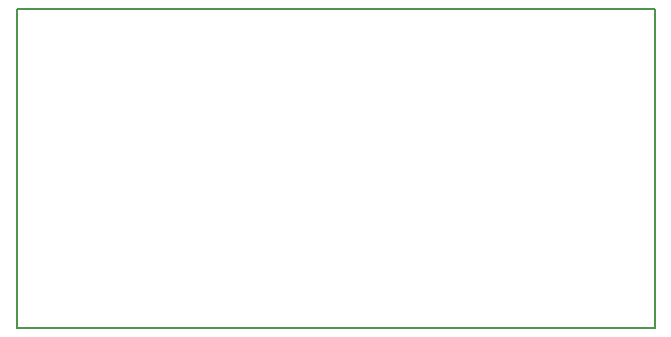
<source format=gbr>
G04 #@! TF.GenerationSoftware,KiCad,Pcbnew,(2017-12-14 revision b47a06e42)-master*
G04 #@! TF.CreationDate,2017-12-14T23:45:36+01:00*
G04 #@! TF.ProjectId,LDR_MLX,4C44525F4D4C582E6B696361645F7063,rev?*
G04 #@! TF.SameCoordinates,Original*
G04 #@! TF.FileFunction,Profile,NP*
%FSLAX46Y46*%
G04 Gerber Fmt 4.6, Leading zero omitted, Abs format (unit mm)*
G04 Created by KiCad (PCBNEW (2017-12-14 revision b47a06e42)-master) date Thu Dec 14 23:45:36 2017*
%MOMM*%
%LPD*%
G01*
G04 APERTURE LIST*
%ADD10C,0.150000*%
G04 APERTURE END LIST*
D10*
X150000000Y-85000000D02*
X150000000Y-58000000D01*
X150000000Y-85000000D02*
X204000000Y-85000000D01*
X204000000Y-58000000D02*
X150000000Y-58000000D01*
X204000000Y-59000000D02*
X204000000Y-58000000D01*
X204000000Y-85000000D02*
X204000000Y-59000000D01*
M02*

</source>
